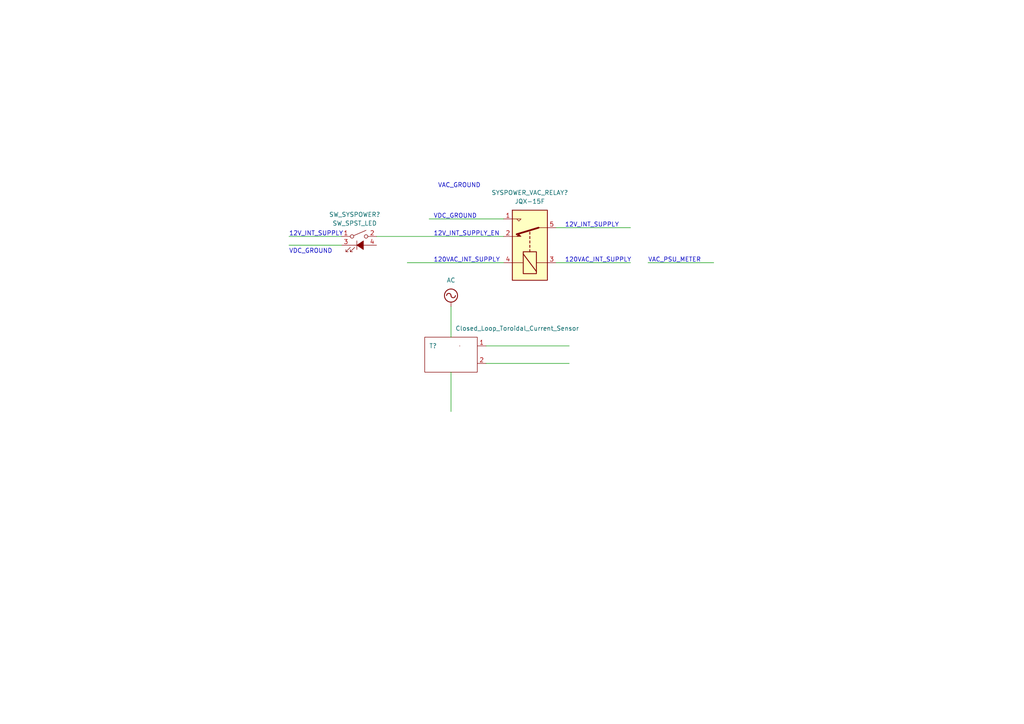
<source format=kicad_sch>
(kicad_sch (version 20211123) (generator eeschema)
  (paper "A4")
  (title_block (title "Mr. Power Meter") (date "2022-05-20") (rev "0.0.0-draft") (company "eatmellc"))
  (lib_symbols
    (symbol "Relay:Y14x-1C-xxDS"
      (property "Reference" "K" (at 11.43 3.81 0))
      (property "Value" "Y14x-1C-xxDS" (at 11.43 1.27 0))
      (symbol "Y14x-1C-xxDS_0_0"
        (polyline (pts (xy 7.62 5.08) (xy 7.62 2.54) (xy 6.985 3.175) (xy 7.62 3.81)))
      )
      (symbol "Y14x-1C-xxDS_0_1"
        (rectangle (start -10.16 5.08) (end 10.16 -5.08) (stroke (width 0.254)) (fill (type background)))
        (rectangle (start -8.255 1.905) (end -1.905 -1.905) (stroke (width 0.254)))
        (polyline (pts (xy -7.62 -1.905) (xy -2.54 1.905)) (stroke (width 0.254)))
        (polyline (pts (xy -5.08 -5.08) (xy -5.08 -1.905)))
        (polyline (pts (xy -5.08 5.08) (xy -5.08 1.905)))
        (polyline (pts (xy -1.905 0) (xy -1.27 0)) (stroke (width 0.254)))
        (polyline (pts (xy -0.635 0) (xy 0 0)) (stroke (width 0.254)))
        (polyline (pts (xy 0.635 0) (xy 1.27 0)) (stroke (width 0.254)))
        (polyline (pts (xy 1.905 0) (xy 2.54 0)) (stroke (width 0.254)))
        (polyline (pts (xy 3.175 0) (xy 3.81 0)) (stroke (width 0.254)))
        (polyline (pts (xy 5.08 -2.54) (xy 3.175 3.81)) (stroke (width 0.508)))
        (polyline (pts (xy 5.08 -2.54) (xy 5.08 -5.08)))
        (polyline (pts (xy 2.54 5.08) (xy 2.54 2.54) (xy 3.175 3.175) (xy 2.54 3.81)) (fill (type outline)))
      )
      (symbol "Y14x-1C-xxDS_1_1"
        (pin passive line (at 7.62 7.62 270) (length 2.54) (name "~") (number "1"))
        (pin passive line (at 2.54 7.62 270) (length 2.54) (name "~") (number "2"))
        (pin passive line (at -5.08 -7.62 90) (length 2.54) (name "~") (number "3"))
        (pin passive line (at -5.08 7.62 270) (length 2.54) (name "~") (number "4"))
        (pin passive line (at 5.08 -7.62 90) (length 2.54) (name "~") (number "5"))
        (pin passive line (at 5.08 -7.62 90) (length 2.54) hide (name "~") (number "6"))
      )
    )
    (symbol "Switch:SW_SPST_LED" (pin_names (offset 1.016) hide)
      (property "Reference" "SW" (at 0.635 5.715 0))
      (property "Value" "SW_SPST_LED" (at 0 -3.175 0))
      (symbol "SW_SPST_LED_0_0"
        (polyline (pts (xy -3.81 -1.905) (xy -2.54 -0.635)))
        (polyline (pts (xy -2.54 -1.905) (xy -1.27 -0.635)))
        (polyline (pts (xy -2.54 0) (xy 2.54 0)))
        (polyline (pts (xy -0.635 1.27) (xy -0.635 -1.27)))
        (polyline (pts (xy -3.81 -1.27) (xy -3.81 -1.905) (xy -3.175 -1.905)))
        (polyline (pts (xy -2.54 -1.27) (xy -2.54 -1.905) (xy -1.905 -1.905)))
        (polyline (pts (xy -0.635 0) (xy 1.27 1.27) (xy 1.27 -1.27) (xy -0.635 0)) (fill (type outline)))
      )
      (symbol "SW_SPST_LED_0_1"
        (circle (center -2.032 2.54) (radius 0.508))
        (polyline (pts (xy -1.524 2.794) (xy 2.032 4.318)))
        (circle (center 2.032 2.54) (radius 0.508))
        (pin passive line (at -5.08 2.54 0) (length 2.54) (name "1") (number "1"))
        (pin passive line (at 5.08 2.54 180) (length 2.54) (name "2") (number "2"))
        (pin passive line (at -5.08 0 0) (length 2.54) (name "K") (number "3"))
        (pin passive line (at 5.08 0 180) (length 2.54) (name "A") (number "4"))
      )
    )
    (symbol "bvm-library:Closed_Loop_Toroidal_Current_Sensor" (pin_names hide)
      (property "Reference" "T" (at 0 7.62 0))
      (property "Value" "Closed_Loop_Toroidal_Current_Sensor" (at 0 -7.62 0))
      (symbol "Closed_Loop_Toroidal_Current_Sensor_0_1"
        (rectangle (start -7.62 5.08) (end 7.62 -5.08))
        (rectangle (start 2.54 2.54) (end 2.54 2.54))
        (rectangle (start 2.54 2.54) (end 2.54 2.54))
        (rectangle (start 2.54 2.54) (end 2.54 2.54))
        (arc (start 27.94 7.62) (mid 27.94 7.62) (end 27.94 7.62))
        (arc (start 27.94 7.62) (mid 27.94 7.62) (end 27.94 7.62))
      )
      (symbol "Closed_Loop_Toroidal_Current_Sensor_1_1"
        (pin input line (at 7.62 2.54 0) (length 2.54) (name "Current_Sense_A") (number "1"))
        (pin input line (at 7.62 -2.54 0) (length 2.54) (name "Current_Sense_B") (number "2"))
      )
    )
    (symbol "power:AC" (power) (pin_names (offset 0))
      (property "Value" "AC" (at 0 6.35 0))
      (symbol "AC_0_1"
        (polyline (pts (xy 0 0) (xy 0 1.27)))
        (arc (start 0 3.175) (mid -0.635 3.81) (end -1.27 3.175) (stroke (width 0.254)))
        (arc (start 0 3.175) (mid 0.635 2.54) (end 1.27 3.175) (stroke (width 0.254)))
        (circle (center 0 3.175) (radius 1.905) (stroke (width 0.254)))
      )
      (symbol "AC_1_1"
        (pin power_in line (at 0 0 90) (length 0) hide (name "AC") (number "1"))
      )
    )
  )
  (wire (pts (xy 124.46 63.5) (xy 146.05 63.5)))
  (wire (pts (xy 83.82 68.58) (xy 99.06 68.58)))
  (wire (pts (xy 140.97 100.33) (xy 165.1 100.33)))
  (wire (pts (xy 187.96 76.2) (xy 207.01 76.2)))
  (wire (pts (xy 118.11 76.2) (xy 146.05 76.2)))
  (wire (pts (xy 130.81 107.95) (xy 130.81 119.38)))
  (wire (pts (xy 83.82 71.12) (xy 99.06 71.12)))
  (wire (pts (xy 109.22 68.58) (xy 146.05 68.58)))
  (wire (pts (xy 161.29 66.04) (xy 182.88 66.04)))
  (wire (pts (xy 161.29 76.2) (xy 182.88 76.2)))
  (wire (pts (xy 140.97 105.41) (xy 165.1 105.41)))
  (wire (pts (xy 130.81 88.9) (xy 130.81 97.79)))
  (text "12V_INT_SUPPLY" (at 163.83 66.04 0) (effects (font (size 1.27 1.27)) (justify left bottom)))
  (text "VAC_GROUND" (at 127 54.61 0) (effects (font (size 1.27 1.27)) (justify left bottom)))
  (text "VDC_GROUND" (at 83.82 73.66 0) (effects (font (size 1.27 1.27)) (justify left bottom)))
  (text "12V_INT_SUPPLY_EN" (at 125.73 68.58 0) (effects (font (size 1.27 1.27)) (justify left bottom)))
  (text "VAC_PSU_METER" (at 187.96 76.2 0) (effects (font (size 1.27 1.27)) (justify left bottom)))
  (text "12V_INT_SUPPLY" (at 83.82 68.58 0) (effects (font (size 1.27 1.27)) (justify left bottom)))
  (text "120VAC_INT_SUPPLY" (at 125.73 76.2 0) (effects (font (size 1.27 1.27)) (justify left bottom)))
  (text "120VAC_INT_SUPPLY" (at 163.83 76.2 0) (effects (font (size 1.27 1.27)) (justify left bottom)))
  (text "VDC_GROUND" (at 125.73 63.5 0) (effects (font (size 1.27 1.27)) (justify left bottom)))
  (symbol (lib_id "power:AC") (at 130.81 88.9 0) (unit 1)
    (property "Reference" "#PWR?" (effects hide))
    (property "Value" "AC" (at 130.81 81.28 0))
  )
  (symbol (lib_id "Relay:Y14x-1C-xxDS") (at 153.67 71.12 90) (unit 1)
    (property "Reference" "SYSPOWER_VAC_RELAY?" (at 153.67 55.88 90))
    (property "Value" "JQX-15F" (at 153.67 58.42 90))
    (property "Footprint" "Relay_THT:Relay_SPDT_HsinDa_Y14" (effects hide))
    (property "Datasheet" "http://www.hsinda.com.cn/en/imgdown.asp?FileName=UploadFiles/201431310240386.pdf" (effects hide))
  )
  (symbol (lib_id "bvm-library:Closed_Loop_Toroidal_Current_Sensor") (at 130.81 102.87 0) (unit 1)
    (property "Reference" "T?" (at 124.46 100.33 0) (effects (justify left)))
    (property "Value" "Closed_Loop_Toroidal_Current_Sensor" (at 132.08 95.25 0) (effects (justify left)))
  )
  (symbol (lib_id "Switch:SW_SPST_LED") (at 104.14 71.12 0) (unit 1)
    (property "Reference" "SW_SYSPOWER?" (at 102.87 62.23 0))
    (property "Value" "SW_SPST_LED" (at 102.87 64.77 0))
  )
)
</source>
